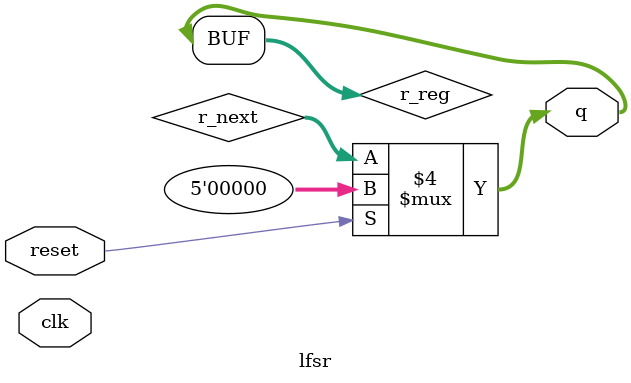
<source format=v>
module lfsr( 
    input clk,
    input reset,
    output [4:0] q
); 
reg [4:0] r_reg;
wire [4:0] r_next;
wire feedback_value;
// on reset set the value of r_reg to 1
// otherwise assign r_next to r_reg
// assign the xor of bit positions 2 and 4 of r_reg to feedback_value
// assign feedback concatenated with 4 most significant bits of r_reg to r_next
// assign r_reg to the output q
always @*
begin
if (reset)
begin
 r_reg = 5'b0;
end
else
begin
r_reg = r_next;
end
end
assign q = r_reg;
//a flag to check the last elementwise xor of r_reg is satisfied
assign feedback_value = (r_reg[2] ^ r_reg[4]); 
endmodule

</source>
